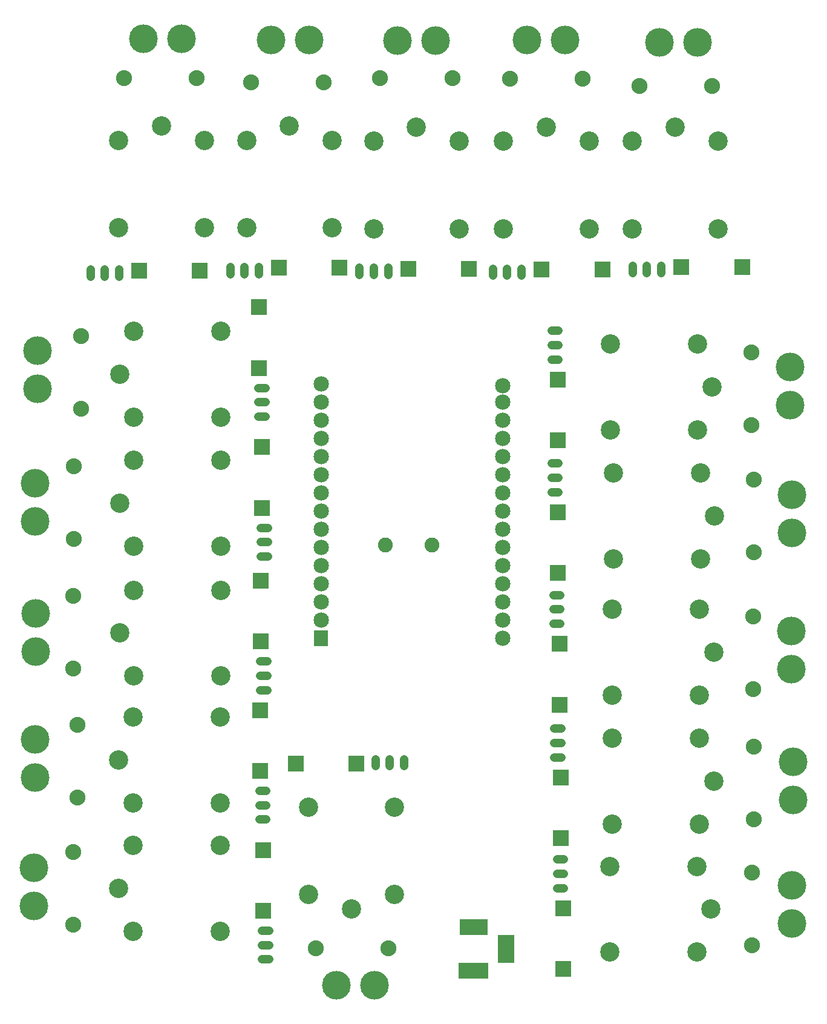
<source format=gts>
G04 Layer: TopSolderMaskLayer*
G04 EasyEDA v6.4.0, 2020-07-06T20:42:06--4:00*
G04 ceb930e8192849dcbdd75014d79c76d5,10*
G04 Gerber Generator version 0.2*
G04 Scale: 100 percent, Rotated: No, Reflected: No *
G04 Dimensions in millimeters *
G04 leading zeros omitted , absolute positions ,3 integer and 3 decimal *
%FSLAX33Y33*%
%MOMM*%
G90*
G71D02*

%ADD34C,1.203198*%
%ADD35C,4.013200*%
%ADD36C,2.153158*%
%ADD39R,3.860800X2.235200*%
%ADD41C,2.703195*%
%ADD42C,2.235200*%
%ADD44C,2.082800*%

%LPD*%
G54D34*
G01X34171Y86169D02*
G01X35170Y86169D01*
G01X34171Y84167D02*
G01X35170Y84167D01*
G01X34171Y82169D02*
G01X35170Y82169D01*
G01X34552Y66611D02*
G01X35551Y66611D01*
G01X34552Y64609D02*
G01X35551Y64609D01*
G01X34552Y62611D02*
G01X35551Y62611D01*
G01X34425Y47942D02*
G01X35424Y47942D01*
G01X34425Y45940D02*
G01X35424Y45940D01*
G01X34425Y43942D02*
G01X35424Y43942D01*
G01X34323Y29845D02*
G01X35323Y29845D01*
G01X34323Y27843D02*
G01X35323Y27843D01*
G01X34323Y25844D02*
G01X35323Y25844D01*
G01X34704Y10287D02*
G01X35704Y10287D01*
G01X34704Y8285D02*
G01X35704Y8285D01*
G01X34704Y6286D02*
G01X35704Y6286D01*
G01X50571Y33282D02*
G01X50571Y34281D01*
G01X52572Y33282D02*
G01X52572Y34281D01*
G01X54571Y33282D02*
G01X54571Y34281D01*
G01X76979Y16256D02*
G01X75979Y16256D01*
G01X76979Y18257D02*
G01X75979Y18257D01*
G01X76979Y20256D02*
G01X75979Y20256D01*
G01X76598Y34544D02*
G01X75598Y34544D01*
G01X76598Y36545D02*
G01X75598Y36545D01*
G01X76598Y38544D02*
G01X75598Y38544D01*
G01X76471Y53213D02*
G01X75471Y53213D01*
G01X76471Y55214D02*
G01X75471Y55214D01*
G01X76471Y57213D02*
G01X75471Y57213D01*
G01X76217Y71628D02*
G01X75217Y71628D01*
G01X76217Y73629D02*
G01X75217Y73629D01*
G01X76217Y75628D02*
G01X75217Y75628D01*
G01X76217Y90170D02*
G01X75217Y90170D01*
G01X76217Y92171D02*
G01X75217Y92171D01*
G01X76217Y94170D02*
G01X75217Y94170D01*
G01X90576Y103242D02*
G01X90576Y102243D01*
G01X88574Y103242D02*
G01X88574Y102243D01*
G01X86575Y103242D02*
G01X86575Y102243D01*
G01X71018Y102861D02*
G01X71018Y101862D01*
G01X69016Y102861D02*
G01X69016Y101862D01*
G01X67017Y102861D02*
G01X67017Y101862D01*
G01X52349Y102988D02*
G01X52349Y101989D01*
G01X50347Y102988D02*
G01X50347Y101989D01*
G01X48348Y102988D02*
G01X48348Y101989D01*
G01X34251Y103090D02*
G01X34251Y102090D01*
G01X32250Y103090D02*
G01X32250Y102090D01*
G01X30251Y103090D02*
G01X30251Y102090D01*
G01X14693Y102709D02*
G01X14693Y101709D01*
G01X12692Y102709D02*
G01X12692Y101709D01*
G01X10693Y102709D02*
G01X10693Y101709D01*
G54D35*
G01X3302Y91376D03*
G01X3302Y86042D03*
G01X2921Y72834D03*
G01X2921Y67500D03*
G01X3048Y54673D03*
G01X3048Y49339D03*
G01X2921Y37020D03*
G01X2921Y31686D03*
G01X2794Y19113D03*
G01X2794Y13779D03*
G01X108864Y16637D03*
G01X108864Y11303D03*
G01X108991Y33909D03*
G01X108991Y28575D03*
G01X108737Y52197D03*
G01X108737Y46863D03*
G01X108864Y71247D03*
G01X108864Y65913D03*
G01X108610Y89154D03*
G01X108610Y83820D03*
G01X50444Y2667D03*
G01X45110Y2667D03*
G01X95656Y134493D03*
G01X90322Y134493D03*
G01X77114Y134874D03*
G01X71780Y134874D03*
G01X58953Y134747D03*
G01X53619Y134747D03*
G01X41300Y134874D03*
G01X35966Y134874D03*
G01X23393Y135001D03*
G01X18059Y135001D03*
G54D36*
G01X68351Y86487D03*
G01X68351Y84201D03*
G01X68351Y81661D03*
G01X68351Y79121D03*
G01X68351Y76581D03*
G01X68351Y74041D03*
G01X68351Y71501D03*
G01X68351Y68961D03*
G01X68351Y66421D03*
G01X68351Y63881D03*
G01X68351Y61341D03*
G01X68351Y58801D03*
G01X68351Y56261D03*
G01X68351Y53721D03*
G01X68351Y51181D03*
G01X42951Y84201D03*
G01X42951Y81661D03*
G01X42951Y79121D03*
G01X42951Y76581D03*
G01X42951Y74041D03*
G01X42951Y71501D03*
G01X42951Y68961D03*
G01X42951Y66421D03*
G01X42951Y63881D03*
G01X42951Y61341D03*
G01X42951Y58801D03*
G01X42951Y56261D03*
G01X42951Y53721D03*
G36*
G01X41950Y50104D02*
G01X41950Y52257D01*
G01X43952Y52257D01*
G01X43952Y50104D01*
G01X41950Y50104D01*
G37*
G01X42951Y86741D03*
G36*
G01X62186Y3581D02*
G01X62186Y5816D01*
G01X66387Y5816D01*
G01X66387Y3581D01*
G01X62186Y3581D01*
G37*
G54D39*
G01X64287Y10795D03*
G36*
G01X67741Y5816D02*
G01X67741Y9677D01*
G01X69976Y9677D01*
G01X69976Y5816D01*
G01X67741Y5816D01*
G37*
G54D41*
G01X28956Y82105D03*
G01X14757Y88104D03*
G01X28956Y94104D03*
G01X16756Y94104D03*
G01X16756Y82105D03*
G54D42*
G01X9398Y93408D03*
G01X9398Y83248D03*
G54D41*
G01X28956Y64071D03*
G01X14757Y70070D03*
G01X28956Y76070D03*
G01X16756Y76070D03*
G01X16756Y64071D03*
G54D42*
G01X8382Y75247D03*
G01X8382Y65087D03*
G54D41*
G01X28956Y45910D03*
G01X14757Y51909D03*
G01X28956Y57909D03*
G01X16756Y57909D03*
G01X16756Y45910D03*
G54D42*
G01X8255Y57086D03*
G01X8255Y46926D03*
G54D41*
G01X28854Y28194D03*
G01X14655Y34193D03*
G01X28854Y40192D03*
G01X16654Y40192D03*
G01X16654Y28194D03*
G54D42*
G01X8890Y39052D03*
G01X8890Y28892D03*
G54D41*
G01X28829Y10223D03*
G01X14630Y16222D03*
G01X28829Y22222D03*
G01X16629Y22222D03*
G01X16629Y10223D03*
G54D42*
G01X8255Y21272D03*
G01X8255Y11112D03*
G54D41*
G01X83464Y92329D03*
G01X97662Y86329D03*
G01X83464Y80330D03*
G01X95664Y80330D03*
G01X95664Y92329D03*
G54D42*
G01X103149Y81026D03*
G01X103149Y91186D03*
G54D41*
G01X83845Y74295D03*
G01X98043Y68295D03*
G01X83845Y62296D03*
G01X96045Y62296D03*
G01X96045Y74295D03*
G54D42*
G01X103530Y63246D03*
G01X103530Y73406D03*
G54D41*
G01X83718Y55245D03*
G01X97916Y49245D03*
G01X83718Y43246D03*
G01X95918Y43246D03*
G01X95918Y55245D03*
G54D42*
G01X103403Y44069D03*
G01X103403Y54229D03*
G54D41*
G01X83718Y37211D03*
G01X97916Y31211D03*
G01X83718Y25212D03*
G01X95918Y25212D03*
G01X95918Y37211D03*
G54D42*
G01X103530Y25908D03*
G01X103530Y36068D03*
G54D41*
G01X83337Y19304D03*
G01X97535Y13304D03*
G01X83337Y7305D03*
G01X95537Y7305D03*
G01X95537Y19304D03*
G54D42*
G01X103276Y8255D03*
G01X103276Y18415D03*
G54D41*
G01X53238Y27559D03*
G01X47238Y13360D03*
G01X41239Y27559D03*
G01X41239Y15359D03*
G01X53238Y15359D03*
G54D42*
G01X42189Y7874D03*
G01X52349Y7874D03*
G36*
G01X33187Y96370D02*
G01X33187Y98574D01*
G01X35392Y98574D01*
G01X35392Y96370D01*
G01X33187Y96370D01*
G37*
G36*
G01X33187Y87871D02*
G01X33187Y90073D01*
G01X35392Y90073D01*
G01X35392Y87871D01*
G01X33187Y87871D01*
G37*
G36*
G01X33568Y76812D02*
G01X33568Y79016D01*
G01X35773Y79016D01*
G01X35773Y76812D01*
G01X33568Y76812D01*
G37*
G36*
G01X33568Y68313D02*
G01X33568Y70515D01*
G01X35773Y70515D01*
G01X35773Y68313D01*
G01X33568Y68313D01*
G37*
G36*
G01X33441Y58143D02*
G01X33441Y60347D01*
G01X35646Y60347D01*
G01X35646Y58143D01*
G01X33441Y58143D01*
G37*
G36*
G01X33441Y49644D02*
G01X33441Y51846D01*
G01X35646Y51846D01*
G01X35646Y49644D01*
G01X33441Y49644D01*
G37*
G36*
G01X33340Y40045D02*
G01X33340Y42250D01*
G01X35544Y42250D01*
G01X35544Y40045D01*
G01X33340Y40045D01*
G37*
G36*
G01X33340Y31546D02*
G01X33340Y33748D01*
G01X35544Y33748D01*
G01X35544Y31546D01*
G01X33340Y31546D01*
G37*
G36*
G01X33721Y20487D02*
G01X33721Y22692D01*
G01X35925Y22692D01*
G01X35925Y20487D01*
G01X33721Y20487D01*
G37*
G36*
G01X33721Y11988D02*
G01X33721Y14190D01*
G01X35925Y14190D01*
G01X35925Y11988D01*
G01X33721Y11988D01*
G37*
G36*
G01X38293Y32552D02*
G01X38293Y34757D01*
G01X40497Y34757D01*
G01X40497Y32552D01*
G01X38293Y32552D01*
G37*
G36*
G01X46794Y32552D02*
G01X46794Y34757D01*
G01X48996Y34757D01*
G01X48996Y32552D01*
G01X46794Y32552D01*
G37*
G36*
G01X75758Y3850D02*
G01X75758Y6055D01*
G01X77962Y6055D01*
G01X77962Y3850D01*
G01X75758Y3850D01*
G37*
G36*
G01X75758Y12352D02*
G01X75758Y14554D01*
G01X77962Y14554D01*
G01X77962Y12352D01*
G01X75758Y12352D01*
G37*
G36*
G01X75377Y22138D02*
G01X75377Y24343D01*
G01X77581Y24343D01*
G01X77581Y22138D01*
G01X75377Y22138D01*
G37*
G36*
G01X75377Y30640D02*
G01X75377Y32842D01*
G01X77581Y32842D01*
G01X77581Y30640D01*
G01X75377Y30640D01*
G37*
G36*
G01X75250Y40807D02*
G01X75250Y43012D01*
G01X77454Y43012D01*
G01X77454Y40807D01*
G01X75250Y40807D01*
G37*
G36*
G01X75250Y49309D02*
G01X75250Y51511D01*
G01X77454Y51511D01*
G01X77454Y49309D01*
G01X75250Y49309D01*
G37*
G36*
G01X74996Y59222D02*
G01X74996Y61427D01*
G01X77200Y61427D01*
G01X77200Y59222D01*
G01X74996Y59222D01*
G37*
G36*
G01X74996Y67724D02*
G01X74996Y69926D01*
G01X77200Y69926D01*
G01X77200Y67724D01*
G01X74996Y67724D01*
G37*
G36*
G01X74996Y77764D02*
G01X74996Y79969D01*
G01X77200Y79969D01*
G01X77200Y77764D01*
G01X74996Y77764D01*
G37*
G36*
G01X74996Y86266D02*
G01X74996Y88468D01*
G01X77200Y88468D01*
G01X77200Y86266D01*
G01X74996Y86266D01*
G37*
G54D41*
G01X86512Y108458D03*
G01X92511Y122656D03*
G01X98511Y108458D03*
G01X98511Y120657D03*
G01X86512Y120657D03*
G54D42*
G01X97688Y128397D03*
G01X87528Y128397D03*
G54D41*
G01X68478Y108458D03*
G01X74477Y122656D03*
G01X80477Y108458D03*
G01X80477Y120657D03*
G01X68478Y120657D03*
G54D42*
G01X79527Y129413D03*
G01X69367Y129413D03*
G54D41*
G01X50317Y108458D03*
G01X56316Y122656D03*
G01X62316Y108458D03*
G01X62316Y120657D03*
G01X50317Y120657D03*
G54D42*
G01X61366Y129540D03*
G01X51206Y129540D03*
G54D41*
G01X32537Y108585D03*
G01X38536Y122783D03*
G01X44536Y108585D03*
G01X44536Y120784D03*
G01X32537Y120784D03*
G54D42*
G01X43332Y128905D03*
G01X33172Y128905D03*
G54D41*
G01X14630Y108585D03*
G01X20629Y122783D03*
G01X26629Y108585D03*
G01X26629Y120784D03*
G01X14630Y120784D03*
G54D42*
G01X25552Y129540D03*
G01X15392Y129540D03*
G36*
G01X100777Y102021D02*
G01X100777Y104226D01*
G01X102981Y104226D01*
G01X102981Y102021D01*
G01X100777Y102021D01*
G37*
G36*
G01X92278Y102021D02*
G01X92278Y104226D01*
G01X94480Y104226D01*
G01X94480Y102021D01*
G01X92278Y102021D01*
G37*
G36*
G01X81219Y101640D02*
G01X81219Y103845D01*
G01X83423Y103845D01*
G01X83423Y101640D01*
G01X81219Y101640D01*
G37*
G36*
G01X72720Y101640D02*
G01X72720Y103845D01*
G01X74922Y103845D01*
G01X74922Y101640D01*
G01X72720Y101640D01*
G37*
G36*
G01X62550Y101767D02*
G01X62550Y103972D01*
G01X64754Y103972D01*
G01X64754Y101767D01*
G01X62550Y101767D01*
G37*
G36*
G01X54051Y101767D02*
G01X54051Y103972D01*
G01X56253Y103972D01*
G01X56253Y101767D01*
G01X54051Y101767D01*
G37*
G36*
G01X44452Y101869D02*
G01X44452Y104073D01*
G01X46657Y104073D01*
G01X46657Y101869D01*
G01X44452Y101869D01*
G37*
G36*
G01X35953Y101869D02*
G01X35953Y104073D01*
G01X38155Y104073D01*
G01X38155Y101869D01*
G01X35953Y101869D01*
G37*
G36*
G01X24894Y101488D02*
G01X24894Y103692D01*
G01X27099Y103692D01*
G01X27099Y101488D01*
G01X24894Y101488D01*
G37*
G36*
G01X16395Y101488D02*
G01X16395Y103692D01*
G01X18597Y103692D01*
G01X18597Y101488D01*
G01X16395Y101488D01*
G37*
G54D44*
G01X51968Y64262D03*
G01X58470Y64262D03*
M00*
M02*

</source>
